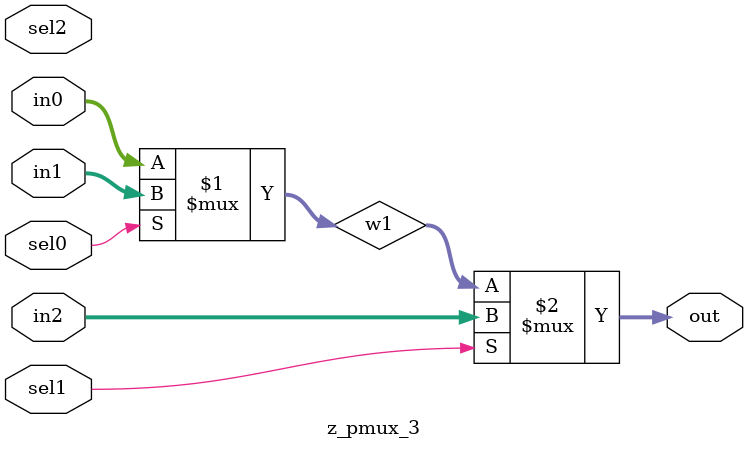
<source format=v>
module z_pmux_3(sel0, sel1, sel2, in0, in1, in2, out);
	input sel0, sel1, sel2;
	input [31:0] in0, in1, in2;
	output [31:0] out;
	
	wire [31:0] w1, w2;
	
	assign w1 = sel0 ? in1 : in0;
	assign out = sel1 ? in2 : w1;
	
endmodule

</source>
